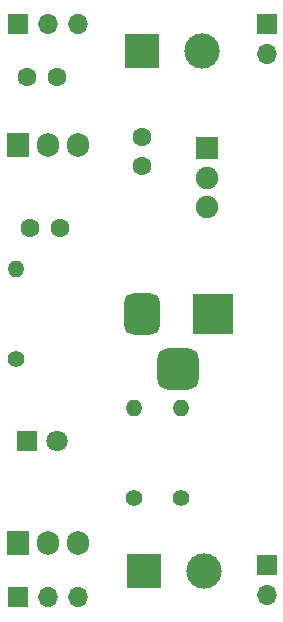
<source format=gbr>
%TF.GenerationSoftware,KiCad,Pcbnew,8.0.9-1.fc41*%
%TF.CreationDate,2025-04-27T16:21:27+02:00*%
%TF.ProjectId,Breadboard-PowerSupply,42726561-6462-46f6-9172-642d506f7765,rev?*%
%TF.SameCoordinates,Original*%
%TF.FileFunction,Soldermask,Top*%
%TF.FilePolarity,Negative*%
%FSLAX46Y46*%
G04 Gerber Fmt 4.6, Leading zero omitted, Abs format (unit mm)*
G04 Created by KiCad (PCBNEW 8.0.9-1.fc41) date 2025-04-27 16:21:27*
%MOMM*%
%LPD*%
G01*
G04 APERTURE LIST*
G04 Aperture macros list*
%AMRoundRect*
0 Rectangle with rounded corners*
0 $1 Rounding radius*
0 $2 $3 $4 $5 $6 $7 $8 $9 X,Y pos of 4 corners*
0 Add a 4 corners polygon primitive as box body*
4,1,4,$2,$3,$4,$5,$6,$7,$8,$9,$2,$3,0*
0 Add four circle primitives for the rounded corners*
1,1,$1+$1,$2,$3*
1,1,$1+$1,$4,$5*
1,1,$1+$1,$6,$7*
1,1,$1+$1,$8,$9*
0 Add four rect primitives between the rounded corners*
20,1,$1+$1,$2,$3,$4,$5,0*
20,1,$1+$1,$4,$5,$6,$7,0*
20,1,$1+$1,$6,$7,$8,$9,0*
20,1,$1+$1,$8,$9,$2,$3,0*%
G04 Aperture macros list end*
%ADD10R,3.000000X3.000000*%
%ADD11C,3.000000*%
%ADD12C,1.400000*%
%ADD13O,1.400000X1.400000*%
%ADD14R,1.700000X1.700000*%
%ADD15O,1.700000X1.700000*%
%ADD16R,3.500000X3.500000*%
%ADD17RoundRect,0.750000X-0.750000X-1.000000X0.750000X-1.000000X0.750000X1.000000X-0.750000X1.000000X0*%
%ADD18RoundRect,0.875000X-0.875000X-0.875000X0.875000X-0.875000X0.875000X0.875000X-0.875000X0.875000X0*%
%ADD19C,1.600000*%
%ADD20R,1.905000X2.000000*%
%ADD21O,1.905000X2.000000*%
%ADD22R,1.900000X1.900000*%
%ADD23C,1.900000*%
%ADD24R,1.800000X1.800000*%
%ADD25C,1.800000*%
G04 APERTURE END LIST*
D10*
%TO.C,J7*%
X63920000Y-107750000D03*
D11*
X69000000Y-107750000D03*
%TD*%
D12*
%TO.C,R3*%
X63000000Y-101620000D03*
D13*
X63000000Y-94000000D03*
%TD*%
D14*
%TO.C,J2*%
X74250000Y-107250000D03*
D15*
X74250000Y-109790000D03*
%TD*%
D14*
%TO.C,J4*%
X53250000Y-110000000D03*
D15*
X55790000Y-110000000D03*
X58330000Y-110000000D03*
%TD*%
D16*
%TO.C,J6*%
X69750000Y-86000000D03*
D17*
X63750000Y-86000000D03*
D18*
X66750000Y-90700000D03*
%TD*%
D19*
%TO.C,C1*%
X63750000Y-73500000D03*
X63750000Y-71000000D03*
%TD*%
D20*
%TO.C,U1*%
X53250000Y-71750000D03*
D21*
X55790000Y-71750000D03*
X58330000Y-71750000D03*
%TD*%
D22*
%TO.C,S1*%
X69250000Y-72000000D03*
D23*
X69250000Y-74500000D03*
X69250000Y-77000000D03*
%TD*%
D14*
%TO.C,J1*%
X74250000Y-61500000D03*
D15*
X74250000Y-64040000D03*
%TD*%
D19*
%TO.C,C3*%
X54250000Y-78750000D03*
X56750000Y-78750000D03*
%TD*%
D12*
%TO.C,R2*%
X53000000Y-89810000D03*
D13*
X53000000Y-82190000D03*
%TD*%
D12*
%TO.C,R1*%
X67000000Y-101620000D03*
D13*
X67000000Y-94000000D03*
%TD*%
D10*
%TO.C,J5*%
X63670000Y-63750000D03*
D11*
X68750000Y-63750000D03*
%TD*%
D19*
%TO.C,C2*%
X54000000Y-66000000D03*
X56500000Y-66000000D03*
%TD*%
D14*
%TO.C,J3*%
X53250000Y-61500000D03*
D15*
X55790000Y-61500000D03*
X58330000Y-61500000D03*
%TD*%
D24*
%TO.C,D1*%
X53960000Y-96750000D03*
D25*
X56500000Y-96750000D03*
%TD*%
D20*
%TO.C,U2*%
X53210000Y-105445000D03*
D21*
X55750000Y-105445000D03*
X58290000Y-105445000D03*
%TD*%
M02*

</source>
